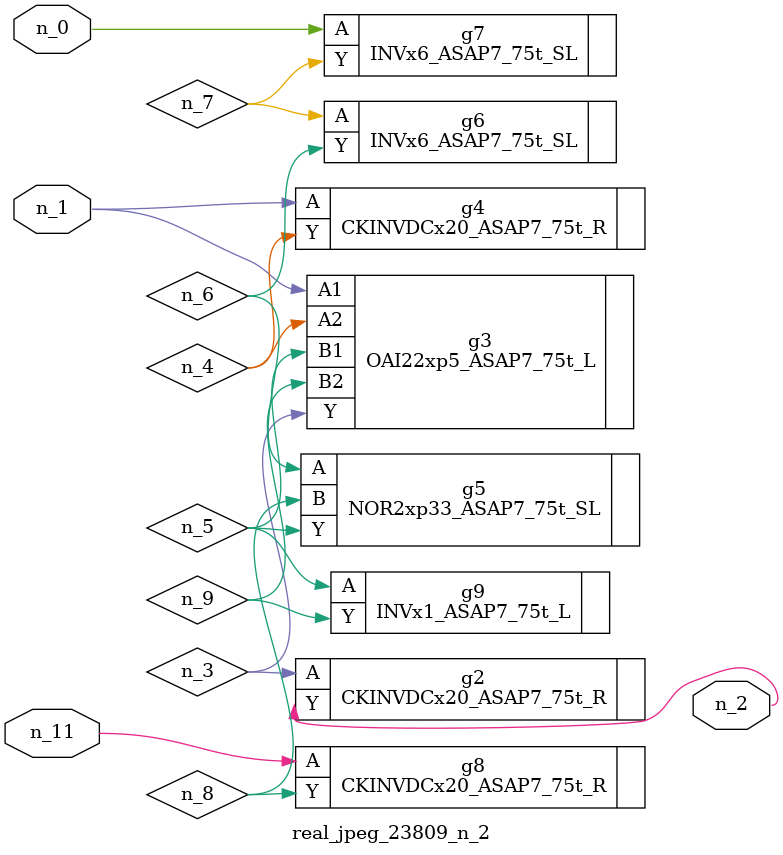
<source format=v>
module real_jpeg_23809_n_2 (n_1, n_11, n_0, n_2);

input n_1;
input n_11;
input n_0;

output n_2;

wire n_5;
wire n_4;
wire n_8;
wire n_6;
wire n_7;
wire n_3;
wire n_9;

INVx6_ASAP7_75t_SL g7 ( 
.A(n_0),
.Y(n_7)
);

OAI22xp5_ASAP7_75t_L g3 ( 
.A1(n_1),
.A2(n_4),
.B1(n_5),
.B2(n_9),
.Y(n_3)
);

CKINVDCx20_ASAP7_75t_R g4 ( 
.A(n_1),
.Y(n_4)
);

CKINVDCx20_ASAP7_75t_R g2 ( 
.A(n_3),
.Y(n_2)
);

INVx1_ASAP7_75t_L g9 ( 
.A(n_5),
.Y(n_9)
);

NOR2xp33_ASAP7_75t_SL g5 ( 
.A(n_6),
.B(n_8),
.Y(n_5)
);

INVx6_ASAP7_75t_SL g6 ( 
.A(n_7),
.Y(n_6)
);

CKINVDCx20_ASAP7_75t_R g8 ( 
.A(n_11),
.Y(n_8)
);


endmodule
</source>
